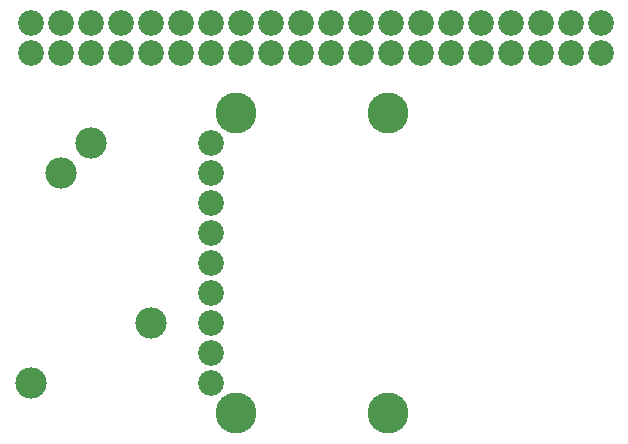
<source format=gts>
G04 MADE WITH FRITZING*
G04 WWW.FRITZING.ORG*
G04 DOUBLE SIDED*
G04 HOLES PLATED*
G04 CONTOUR ON CENTER OF CONTOUR VECTOR*
%ASAXBY*%
%FSLAX23Y23*%
%MOIN*%
%OFA0B0*%
%SFA1.0B1.0*%
%ADD10C,0.086000*%
%ADD11C,0.136614*%
%ADD12C,0.104488*%
%ADD13C,0.085361*%
%LNMASK1*%
G90*
G70*
G54D10*
X717Y871D03*
X717Y471D03*
G54D11*
X802Y171D03*
G54D10*
X717Y671D03*
X717Y271D03*
G54D11*
X1307Y1171D03*
G54D10*
X717Y771D03*
X717Y571D03*
X717Y371D03*
G54D11*
X1307Y171D03*
X802Y1171D03*
G54D10*
X717Y1071D03*
X717Y971D03*
G54D12*
X517Y471D03*
G54D13*
X117Y1371D03*
X217Y1371D03*
X317Y1371D03*
X417Y1371D03*
X517Y1371D03*
X617Y1371D03*
X717Y1371D03*
X817Y1371D03*
X917Y1371D03*
X1017Y1371D03*
X1117Y1371D03*
X1217Y1371D03*
X1317Y1371D03*
X1417Y1371D03*
X1517Y1371D03*
X1617Y1371D03*
X1717Y1371D03*
X1817Y1371D03*
X1917Y1371D03*
X2017Y1371D03*
X2017Y1471D03*
X1917Y1471D03*
X1817Y1471D03*
X1717Y1471D03*
X1617Y1471D03*
X1517Y1471D03*
X1417Y1471D03*
X1317Y1471D03*
X1217Y1471D03*
X1117Y1471D03*
X1017Y1471D03*
X917Y1471D03*
X817Y1471D03*
X717Y1471D03*
X617Y1471D03*
X517Y1471D03*
X417Y1471D03*
X317Y1471D03*
X217Y1471D03*
X117Y1471D03*
G54D12*
X317Y1071D03*
X217Y971D03*
X117Y271D03*
G04 End of Mask1*
M02*
</source>
